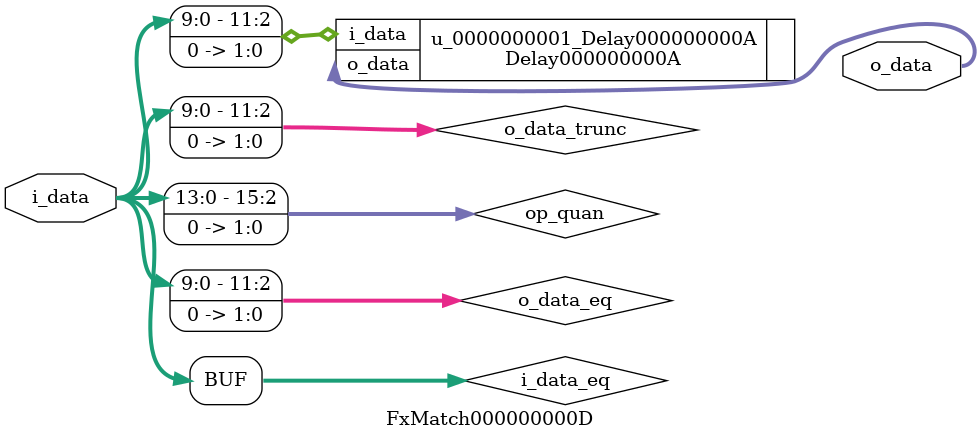
<source format=v>
 module FxMatch000000000D (
     i_data, o_data
 );
 input wire [14-1:0] i_data;     // Input data
 output wire [12-1:0] o_data;   // Output data
 //
 wire [14-1:0] i_data_eq;
 assign i_data_eq = i_data;
 wire [12-1:0] o_data_eq;
 // Quantization Stage
 // Pad extra LSB bits with 0
 wire [16-1:0] op_quan; // Quantization output
 assign op_quan = {i_data_eq, {2{1'b0}}};
 // Overflow Stage
 // Overflow protection
 assign o_data_eq = op_quan[12-1:0];
 wire [12-1:0] o_data_trunc;
 assign o_data_trunc = o_data_eq;
Delay000000000A  u_0000000001_Delay000000000A(.i_data(o_data_trunc), .o_data(o_data));
 endmodule

</source>
